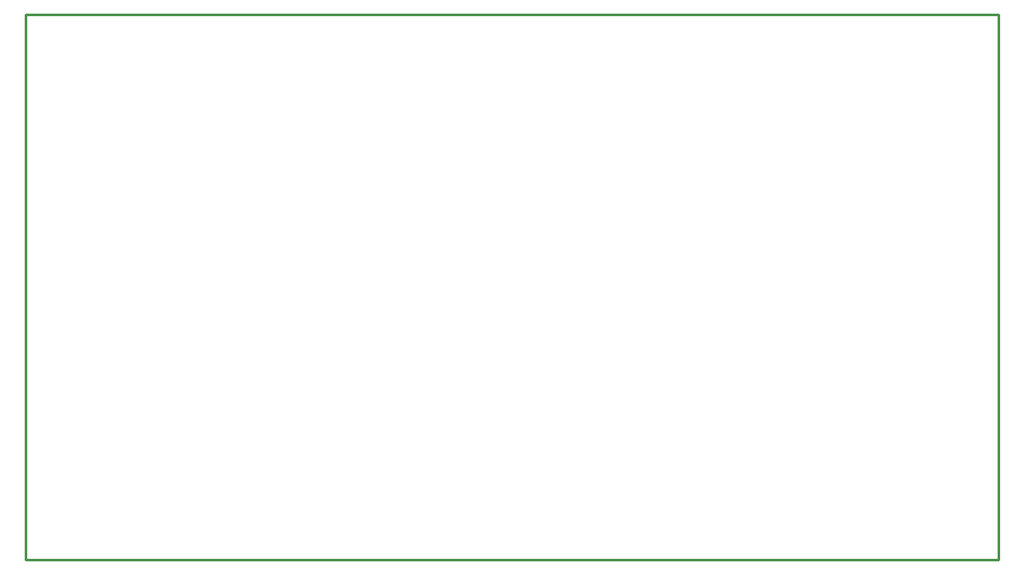
<source format=gko>
G04*
G04 #@! TF.GenerationSoftware,Altium Limited,Altium Designer,19.1.8 (144)*
G04*
G04 Layer_Color=16711935*
%FSLAX44Y44*%
%MOMM*%
G71*
G01*
G75*
%ADD11C,0.2540*%
D11*
X0Y0D02*
X967000D01*
Y542250D01*
X0D02*
X967000D01*
X0Y0D02*
Y542250D01*
M02*

</source>
